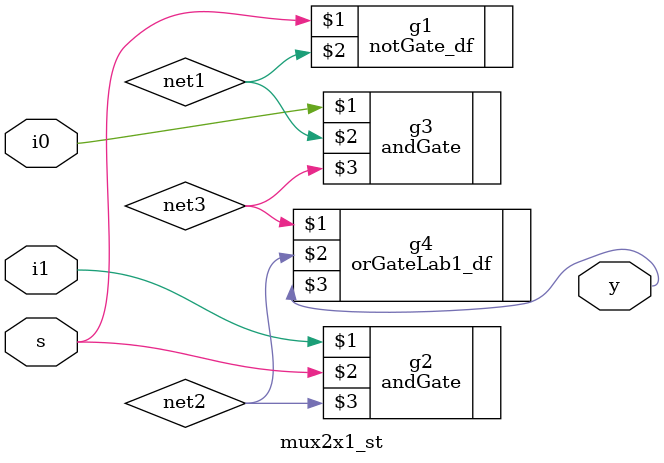
<source format=v>
`include "andGate.v"
`include "notGate_df.v"
`include "orGateLab1_df.v"
module mux2x1_st(input i0,i1,s, output y);
    wire net1,net2,net3;

    notGate_df g1(s,net1);
    andGate g2(i1,s,net2);
    andGate g3(i0,net1,net3);
    orGateLab1_df g4(net3,net2, y); //input a, b, output c
endmodule
</source>
